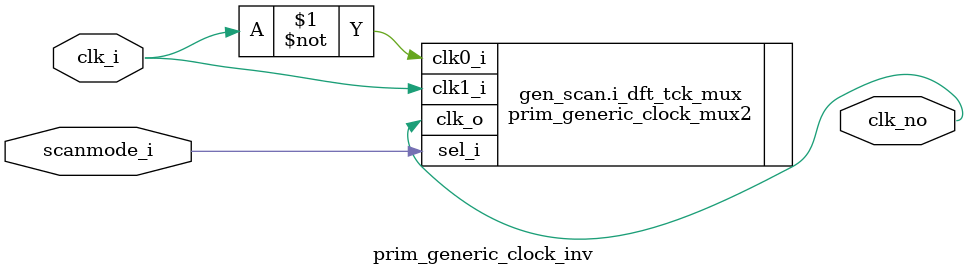
<source format=sv>

module prim_generic_clock_inv #(
  parameter bit HasScanMode = 1'b1
) (
  input logic       clk_i,
  input logic       scanmode_i,
  output logic clk_no      // Inverted
);

  if (HasScanMode) begin : gen_scan
    prim_generic_clock_mux2 i_dft_tck_mux (
      .clk0_i ( ~clk_i     ),
      .clk1_i ( clk_i      ), // bypass the inverted clock for testing
      .sel_i  ( scanmode_i ),
      .clk_o  ( clk_no     )
    );
  end else begin : gen_noscan
    logic unused_scanmode;
    assign unused_scanmode = scanmode_i;
    assign clk_no = ~clk_i;
  end

endmodule : prim_generic_clock_inv

</source>
